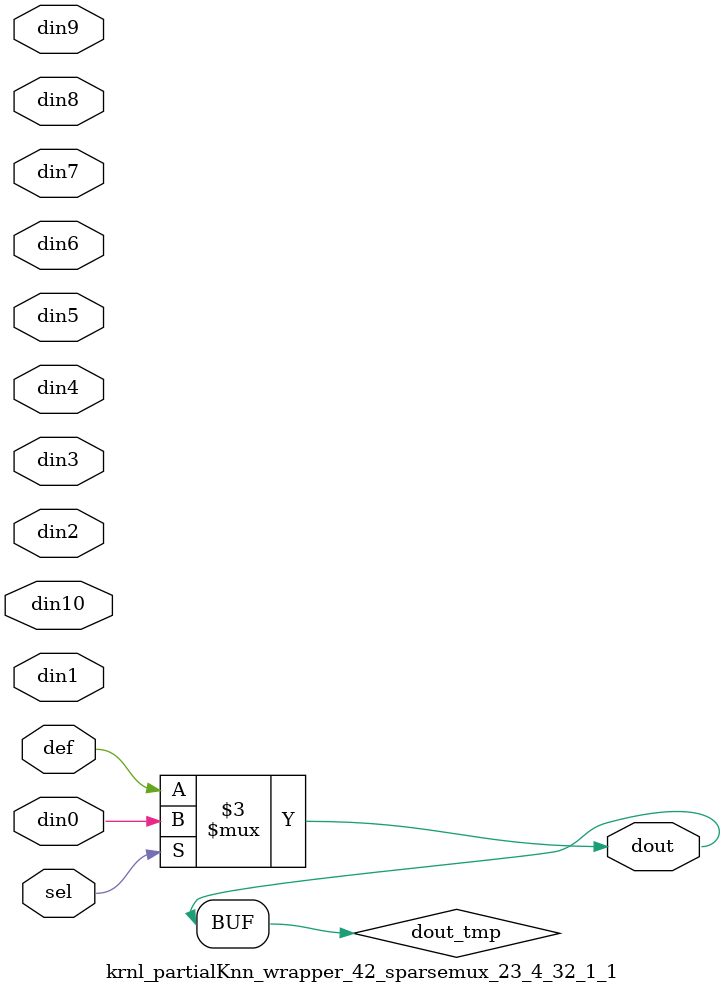
<source format=v>
`timescale 1ns / 1ps

module krnl_partialKnn_wrapper_42_sparsemux_23_4_32_1_1 (din0,din1,din2,din3,din4,din5,din6,din7,din8,din9,din10,def,sel,dout);

parameter din0_WIDTH = 1;

parameter din1_WIDTH = 1;

parameter din2_WIDTH = 1;

parameter din3_WIDTH = 1;

parameter din4_WIDTH = 1;

parameter din5_WIDTH = 1;

parameter din6_WIDTH = 1;

parameter din7_WIDTH = 1;

parameter din8_WIDTH = 1;

parameter din9_WIDTH = 1;

parameter din10_WIDTH = 1;

parameter def_WIDTH = 1;
parameter sel_WIDTH = 1;
parameter dout_WIDTH = 1;

parameter [sel_WIDTH-1:0] CASE0 = 1;

parameter [sel_WIDTH-1:0] CASE1 = 1;

parameter [sel_WIDTH-1:0] CASE2 = 1;

parameter [sel_WIDTH-1:0] CASE3 = 1;

parameter [sel_WIDTH-1:0] CASE4 = 1;

parameter [sel_WIDTH-1:0] CASE5 = 1;

parameter [sel_WIDTH-1:0] CASE6 = 1;

parameter [sel_WIDTH-1:0] CASE7 = 1;

parameter [sel_WIDTH-1:0] CASE8 = 1;

parameter [sel_WIDTH-1:0] CASE9 = 1;

parameter [sel_WIDTH-1:0] CASE10 = 1;

parameter ID = 1;
parameter NUM_STAGE = 1;



input [din0_WIDTH-1:0] din0;

input [din1_WIDTH-1:0] din1;

input [din2_WIDTH-1:0] din2;

input [din3_WIDTH-1:0] din3;

input [din4_WIDTH-1:0] din4;

input [din5_WIDTH-1:0] din5;

input [din6_WIDTH-1:0] din6;

input [din7_WIDTH-1:0] din7;

input [din8_WIDTH-1:0] din8;

input [din9_WIDTH-1:0] din9;

input [din10_WIDTH-1:0] din10;

input [def_WIDTH-1:0] def;
input [sel_WIDTH-1:0] sel;

output [dout_WIDTH-1:0] dout;



reg [dout_WIDTH-1:0] dout_tmp;

always @ (*) begin
case (sel)
    
    CASE0 : dout_tmp = din0;
    
    CASE1 : dout_tmp = din1;
    
    CASE2 : dout_tmp = din2;
    
    CASE3 : dout_tmp = din3;
    
    CASE4 : dout_tmp = din4;
    
    CASE5 : dout_tmp = din5;
    
    CASE6 : dout_tmp = din6;
    
    CASE7 : dout_tmp = din7;
    
    CASE8 : dout_tmp = din8;
    
    CASE9 : dout_tmp = din9;
    
    CASE10 : dout_tmp = din10;
    
    default : dout_tmp = def;
endcase
end


assign dout = dout_tmp;



endmodule

</source>
